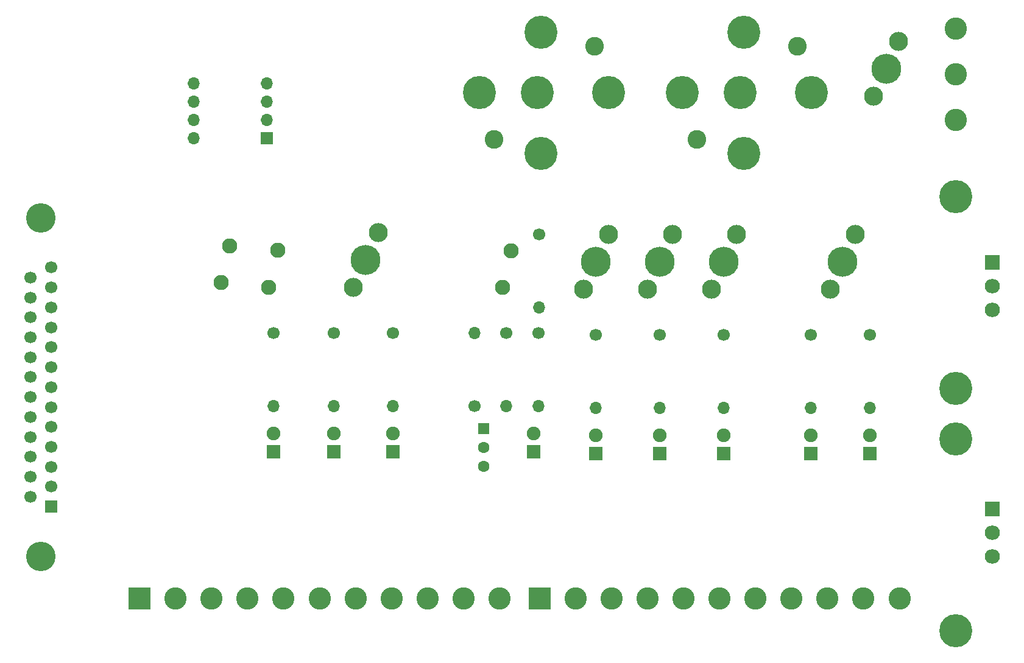
<source format=gbr>
%TF.GenerationSoftware,KiCad,Pcbnew,(5.1.6)-1*%
%TF.CreationDate,2022-10-06T16:18:31-07:00*%
%TF.ProjectId,Buggly Gruesome Aux,42756767-6c79-4204-9772-7565736f6d65,rev?*%
%TF.SameCoordinates,Original*%
%TF.FileFunction,Soldermask,Bot*%
%TF.FilePolarity,Negative*%
%FSLAX46Y46*%
G04 Gerber Fmt 4.6, Leading zero omitted, Abs format (unit mm)*
G04 Created by KiCad (PCBNEW (5.1.6)-1) date 2022-10-06 16:18:31*
%MOMM*%
%LPD*%
G01*
G04 APERTURE LIST*
%ADD10C,4.100000*%
%ADD11C,1.700000*%
%ADD12R,1.700000X1.700000*%
%ADD13O,2.100000X2.005000*%
%ADD14R,2.100000X2.005000*%
%ADD15O,1.700000X1.700000*%
%ADD16R,1.600000X1.600000*%
%ADD17C,1.600000*%
%ADD18C,2.600000*%
%ADD19C,4.600000*%
%ADD20C,3.100000*%
%ADD21R,3.100000X3.100000*%
%ADD22C,2.640000*%
%ADD23C,4.164000*%
%ADD24C,2.110000*%
%ADD25C,1.900000*%
%ADD26R,1.900000X1.900000*%
G04 APERTURE END LIST*
D10*
%TO.C,J1*%
X67165080Y-115532780D03*
X67165080Y-68432780D03*
D11*
X65745080Y-76747780D03*
X65745080Y-79517780D03*
X65745080Y-82287780D03*
X65745080Y-85057780D03*
X65745080Y-87827780D03*
X65745080Y-90597780D03*
X65745080Y-93367780D03*
X65745080Y-96137780D03*
X65745080Y-98907780D03*
X65745080Y-101677780D03*
X65745080Y-104447780D03*
X65745080Y-107217780D03*
X68585080Y-75362780D03*
X68585080Y-78132780D03*
X68585080Y-80902780D03*
X68585080Y-83672780D03*
X68585080Y-86442780D03*
X68585080Y-89212780D03*
X68585080Y-91982780D03*
X68585080Y-94752780D03*
X68585080Y-97522780D03*
X68585080Y-100292780D03*
X68585080Y-103062780D03*
X68585080Y-105832780D03*
D12*
X68585080Y-108602780D03*
%TD*%
D13*
%TO.C,Q3*%
X199390000Y-115570000D03*
X199390000Y-112268000D03*
D14*
X199390000Y-108966000D03*
%TD*%
D13*
%TO.C,Q2*%
X199390000Y-81280000D03*
X199390000Y-77978000D03*
D14*
X199390000Y-74676000D03*
%TD*%
D15*
%TO.C,R12*%
X136466580Y-80932020D03*
D11*
X136466580Y-70772020D03*
%TD*%
D12*
%TO.C,U1*%
X98552000Y-57404000D03*
D15*
X88392000Y-49784000D03*
X98552000Y-54864000D03*
X88392000Y-52324000D03*
X98552000Y-52324000D03*
X88392000Y-54864000D03*
X98552000Y-49784000D03*
X88392000Y-57404000D03*
%TD*%
%TO.C,R11*%
X162128200Y-94843600D03*
D11*
X162128200Y-84683600D03*
%TD*%
D15*
%TO.C,R10*%
X153238200Y-94843600D03*
D11*
X153238200Y-84683600D03*
%TD*%
D15*
%TO.C,R9*%
X144348200Y-94843600D03*
D11*
X144348200Y-84683600D03*
%TD*%
D15*
%TO.C,R8*%
X182448200Y-94843600D03*
D11*
X182448200Y-84683600D03*
%TD*%
D15*
%TO.C,R7*%
X174193200Y-94843600D03*
D11*
X174193200Y-84683600D03*
%TD*%
D15*
%TO.C,R6*%
X116154200Y-94589600D03*
D11*
X116154200Y-84429600D03*
%TD*%
D15*
%TO.C,R5*%
X107899200Y-94589600D03*
D11*
X107899200Y-84429600D03*
%TD*%
D15*
%TO.C,R4*%
X136347200Y-94589600D03*
D11*
X136347200Y-84429600D03*
%TD*%
D15*
%TO.C,R3*%
X131902200Y-94589600D03*
D11*
X131902200Y-84429600D03*
%TD*%
D15*
%TO.C,R2*%
X127457200Y-84429600D03*
D11*
X127457200Y-94589600D03*
%TD*%
D15*
%TO.C,R1*%
X99517200Y-94589600D03*
D11*
X99517200Y-84429600D03*
%TD*%
D16*
%TO.C,Q1*%
X128727200Y-97764600D03*
D17*
X128727200Y-102964600D03*
X128727200Y-100364600D03*
%TD*%
D18*
%TO.C,K2*%
X130150000Y-57554000D03*
X144150000Y-44554000D03*
D19*
X136650000Y-42604000D03*
X136650000Y-59504000D03*
X128150000Y-51054000D03*
X136150000Y-51054000D03*
X146050000Y-51054000D03*
%TD*%
D18*
%TO.C,K1*%
X158344000Y-57554000D03*
X172344000Y-44554000D03*
D19*
X164844000Y-42604000D03*
X164844000Y-59504000D03*
X156344000Y-51054000D03*
X164344000Y-51054000D03*
X174244000Y-51054000D03*
%TD*%
D20*
%TO.C,J4*%
X194310000Y-54864000D03*
X194310000Y-48514000D03*
X194310000Y-42164000D03*
%TD*%
D21*
%TO.C,J3*%
X136518600Y-121412000D03*
D20*
X186518600Y-121412000D03*
X181518600Y-121412000D03*
X176518600Y-121412000D03*
X171518600Y-121412000D03*
X166518600Y-121412000D03*
X141518600Y-121412000D03*
X146518600Y-121412000D03*
X151518600Y-121412000D03*
X156518600Y-121412000D03*
X161518600Y-121412000D03*
%TD*%
D21*
%TO.C,J2*%
X80918000Y-121412000D03*
D20*
X130918000Y-121412000D03*
X125918000Y-121412000D03*
X120918000Y-121412000D03*
X115918000Y-121412000D03*
X110918000Y-121412000D03*
X85918000Y-121412000D03*
X90918000Y-121412000D03*
X95918000Y-121412000D03*
X100918000Y-121412000D03*
X105918000Y-121412000D03*
%TD*%
D19*
%TO.C,HS2*%
X194310000Y-99187000D03*
X194310000Y-125857000D03*
%TD*%
%TO.C,HS1*%
X194310000Y-65532000D03*
X194310000Y-92202000D03*
%TD*%
D22*
%TO.C,F9*%
X163855400Y-70713600D03*
X160401000Y-78333600D03*
D23*
X162128200Y-74523600D03*
%TD*%
D22*
%TO.C,F8*%
X154965400Y-70713600D03*
X151511000Y-78333600D03*
D23*
X153238200Y-74523600D03*
%TD*%
D22*
%TO.C,F7*%
X146075400Y-70713600D03*
X142621000Y-78333600D03*
D23*
X144348200Y-74523600D03*
%TD*%
D22*
%TO.C,F6*%
X180365400Y-70713600D03*
X176911000Y-78333600D03*
D23*
X178638200Y-74523600D03*
%TD*%
D22*
%TO.C,F5*%
X114071400Y-70459600D03*
X110617000Y-78079600D03*
D23*
X112344200Y-74269600D03*
%TD*%
D24*
%TO.C,F4*%
X131337200Y-78099600D03*
X132537200Y-72999600D03*
%TD*%
D22*
%TO.C,F3*%
X182930800Y-51562000D03*
X186385200Y-43942000D03*
D23*
X184658000Y-47752000D03*
%TD*%
D24*
%TO.C,F2*%
X100082200Y-72979600D03*
X98882200Y-78079600D03*
%TD*%
%TO.C,F1*%
X93402000Y-72370000D03*
X92202000Y-77470000D03*
%TD*%
D25*
%TO.C,D9*%
X162128200Y-98653600D03*
D26*
X162128200Y-101193600D03*
%TD*%
D25*
%TO.C,D8*%
X153238200Y-98653600D03*
D26*
X153238200Y-101193600D03*
%TD*%
D25*
%TO.C,D7*%
X144348200Y-98653600D03*
D26*
X144348200Y-101193600D03*
%TD*%
D25*
%TO.C,D6*%
X182448200Y-98653600D03*
D26*
X182448200Y-101193600D03*
%TD*%
D25*
%TO.C,D5*%
X174193200Y-98653600D03*
D26*
X174193200Y-101193600D03*
%TD*%
D25*
%TO.C,D4*%
X116154200Y-98399600D03*
D26*
X116154200Y-100939600D03*
%TD*%
D25*
%TO.C,D3*%
X107899200Y-98399600D03*
D26*
X107899200Y-100939600D03*
%TD*%
D25*
%TO.C,D2*%
X135712200Y-98399600D03*
D26*
X135712200Y-100939600D03*
%TD*%
D25*
%TO.C,D1*%
X99517200Y-98399600D03*
D26*
X99517200Y-100939600D03*
%TD*%
M02*

</source>
